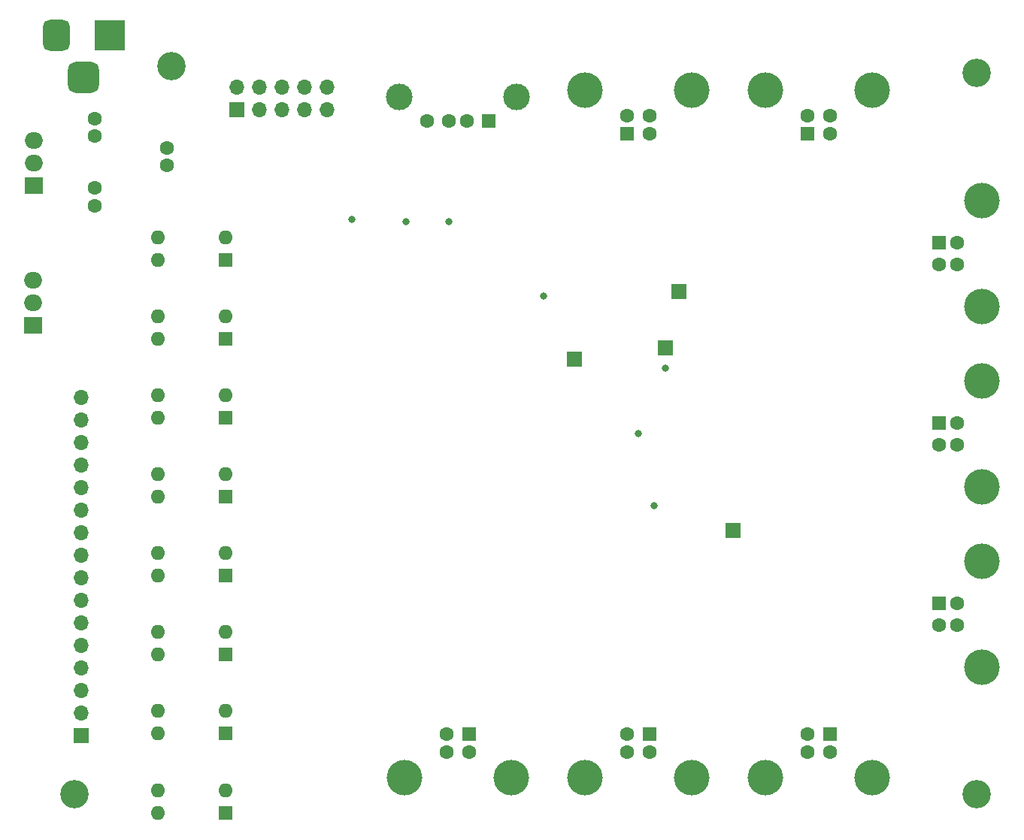
<source format=gbr>
%TF.GenerationSoftware,KiCad,Pcbnew,(6.0.4)*%
%TF.CreationDate,2022-11-01T18:45:11-05:00*%
%TF.ProjectId,RaspPi_RemoteClusterController,52617370-5069-45f5-9265-6d6f7465436c,rev?*%
%TF.SameCoordinates,Original*%
%TF.FileFunction,Soldermask,Bot*%
%TF.FilePolarity,Negative*%
%FSLAX46Y46*%
G04 Gerber Fmt 4.6, Leading zero omitted, Abs format (unit mm)*
G04 Created by KiCad (PCBNEW (6.0.4)) date 2022-11-01 18:45:11*
%MOMM*%
%LPD*%
G01*
G04 APERTURE LIST*
G04 Aperture macros list*
%AMRoundRect*
0 Rectangle with rounded corners*
0 $1 Rounding radius*
0 $2 $3 $4 $5 $6 $7 $8 $9 X,Y pos of 4 corners*
0 Add a 4 corners polygon primitive as box body*
4,1,4,$2,$3,$4,$5,$6,$7,$8,$9,$2,$3,0*
0 Add four circle primitives for the rounded corners*
1,1,$1+$1,$2,$3*
1,1,$1+$1,$4,$5*
1,1,$1+$1,$6,$7*
1,1,$1+$1,$8,$9*
0 Add four rect primitives between the rounded corners*
20,1,$1+$1,$2,$3,$4,$5,0*
20,1,$1+$1,$4,$5,$6,$7,0*
20,1,$1+$1,$6,$7,$8,$9,0*
20,1,$1+$1,$8,$9,$2,$3,0*%
G04 Aperture macros list end*
%ADD10C,1.600000*%
%ADD11R,1.600000X1.600000*%
%ADD12C,4.000000*%
%ADD13O,1.600000X1.600000*%
%ADD14R,1.700000X1.700000*%
%ADD15C,3.200000*%
%ADD16O,1.700000X1.700000*%
%ADD17R,2.000000X1.905000*%
%ADD18O,2.000000X1.905000*%
%ADD19R,1.600000X1.500000*%
%ADD20C,3.000000*%
%ADD21R,3.500000X3.500000*%
%ADD22RoundRect,0.750000X-0.750000X-1.000000X0.750000X-1.000000X0.750000X1.000000X-0.750000X1.000000X0*%
%ADD23RoundRect,0.875000X-0.875000X-0.875000X0.875000X-0.875000X0.875000X0.875000X-0.875000X0.875000X0*%
%ADD24C,0.800000*%
G04 APERTURE END LIST*
D10*
%TO.C,C3*%
X117094000Y-61198000D03*
X117094000Y-59198000D03*
%TD*%
%TO.C,C2*%
X108966000Y-63754000D03*
X108966000Y-65754000D03*
%TD*%
%TO.C,C1*%
X108966000Y-55896000D03*
X108966000Y-57896000D03*
%TD*%
D11*
%TO.C,J11*%
X151110000Y-125292500D03*
D10*
X148610000Y-125292500D03*
X148610000Y-127292500D03*
X151110000Y-127292500D03*
D12*
X143860000Y-130152500D03*
X155860000Y-130152500D03*
%TD*%
D11*
%TO.C,J6*%
X204032500Y-69870000D03*
D10*
X204032500Y-72370000D03*
X206032500Y-72370000D03*
X206032500Y-69870000D03*
D12*
X208892500Y-65120000D03*
X208892500Y-77120000D03*
%TD*%
D11*
%TO.C,U11*%
X123688000Y-80772000D03*
D13*
X123688000Y-78232000D03*
X116068000Y-78232000D03*
X116068000Y-80772000D03*
%TD*%
D14*
%TO.C,JU1*%
X173228000Y-81788000D03*
%TD*%
%TO.C,JU4*%
X174752000Y-75438000D03*
%TD*%
D15*
%TO.C,H2*%
X208280000Y-132080000D03*
%TD*%
D14*
%TO.C,J2*%
X124973000Y-54926000D03*
D16*
X124973000Y-52386000D03*
X127513000Y-54926000D03*
X127513000Y-52386000D03*
X130053000Y-54926000D03*
X130053000Y-52386000D03*
X132593000Y-54926000D03*
X132593000Y-52386000D03*
X135133000Y-54926000D03*
X135133000Y-52386000D03*
%TD*%
D14*
%TO.C,JU2*%
X162990000Y-83058000D03*
%TD*%
D11*
%TO.C,U9*%
X123688000Y-98552000D03*
D13*
X123688000Y-96012000D03*
X116068000Y-96012000D03*
X116068000Y-98552000D03*
%TD*%
D11*
%TO.C,J9*%
X191750000Y-125292500D03*
D10*
X189250000Y-125292500D03*
X189250000Y-127292500D03*
X191750000Y-127292500D03*
D12*
X184500000Y-130152500D03*
X196500000Y-130152500D03*
%TD*%
D11*
%TO.C,J4*%
X168930000Y-57587500D03*
D10*
X171430000Y-57587500D03*
X171430000Y-55587500D03*
X168930000Y-55587500D03*
D12*
X176180000Y-52727500D03*
X164180000Y-52727500D03*
%TD*%
D15*
%TO.C,H3*%
X117602000Y-50038000D03*
%TD*%
D17*
%TO.C,U2*%
X102037000Y-79248000D03*
D18*
X102037000Y-76708000D03*
X102037000Y-74168000D03*
%TD*%
D11*
%TO.C,U8*%
X123688000Y-107442000D03*
D13*
X123688000Y-104902000D03*
X116068000Y-104902000D03*
X116068000Y-107442000D03*
%TD*%
D14*
%TO.C,JU3*%
X180848000Y-102362000D03*
%TD*%
%TO.C,J12*%
X107442000Y-125476000D03*
D16*
X107442000Y-122936000D03*
X107442000Y-120396000D03*
X107442000Y-117856000D03*
X107442000Y-115316000D03*
X107442000Y-112776000D03*
X107442000Y-110236000D03*
X107442000Y-107696000D03*
X107442000Y-105156000D03*
X107442000Y-102616000D03*
X107442000Y-100076000D03*
X107442000Y-97536000D03*
X107442000Y-94996000D03*
X107442000Y-92456000D03*
X107442000Y-89916000D03*
X107442000Y-87376000D03*
%TD*%
D11*
%TO.C,J7*%
X204032500Y-90190000D03*
D10*
X204032500Y-92690000D03*
X206032500Y-92690000D03*
X206032500Y-90190000D03*
D12*
X208892500Y-85440000D03*
X208892500Y-97440000D03*
%TD*%
D19*
%TO.C,J3*%
X153360000Y-56160000D03*
D10*
X150860000Y-56160000D03*
X148860000Y-56160000D03*
X146360000Y-56160000D03*
D20*
X156430000Y-53450000D03*
X143290000Y-53450000D03*
%TD*%
D11*
%TO.C,J8*%
X204032500Y-110510000D03*
D10*
X204032500Y-113010000D03*
X206032500Y-113010000D03*
X206032500Y-110510000D03*
D12*
X208892500Y-105760000D03*
X208892500Y-117760000D03*
%TD*%
D11*
%TO.C,U6*%
X123688000Y-125222000D03*
D13*
X123688000Y-122682000D03*
X116068000Y-122682000D03*
X116068000Y-125222000D03*
%TD*%
D11*
%TO.C,U7*%
X123688000Y-116337000D03*
D13*
X123688000Y-113797000D03*
X116068000Y-113797000D03*
X116068000Y-116337000D03*
%TD*%
D15*
%TO.C,H4*%
X106680000Y-132080000D03*
%TD*%
%TO.C,H1*%
X208280000Y-50800000D03*
%TD*%
D11*
%TO.C,J5*%
X189250000Y-57587500D03*
D10*
X191750000Y-57587500D03*
X191750000Y-55587500D03*
X189250000Y-55587500D03*
D12*
X184500000Y-52727500D03*
X196500000Y-52727500D03*
%TD*%
D11*
%TO.C,U12*%
X123688000Y-71882000D03*
D13*
X123688000Y-69342000D03*
X116068000Y-69342000D03*
X116068000Y-71882000D03*
%TD*%
D11*
%TO.C,U5*%
X123688000Y-134158000D03*
D13*
X123688000Y-131618000D03*
X116068000Y-131618000D03*
X116068000Y-134158000D03*
%TD*%
D11*
%TO.C,U10*%
X123688000Y-89662000D03*
D13*
X123688000Y-87122000D03*
X116068000Y-87122000D03*
X116068000Y-89662000D03*
%TD*%
D21*
%TO.C,J1*%
X110648000Y-46540500D03*
D22*
X104648000Y-46540500D03*
D23*
X107648000Y-51240500D03*
%TD*%
D11*
%TO.C,J10*%
X171430000Y-125292500D03*
D10*
X168930000Y-125292500D03*
X168930000Y-127292500D03*
X171430000Y-127292500D03*
D12*
X176180000Y-130152500D03*
X164180000Y-130152500D03*
%TD*%
D17*
%TO.C,U1*%
X102108000Y-63500000D03*
D18*
X102108000Y-60960000D03*
X102108000Y-58420000D03*
%TD*%
D24*
X148844000Y-67564000D03*
X173228000Y-84074000D03*
X159512000Y-75946000D03*
X170170000Y-91450000D03*
X137922000Y-67310000D03*
X144018000Y-67564000D03*
X171958000Y-99568000D03*
M02*

</source>
